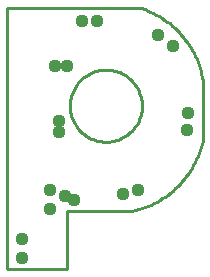
<source format=gbs>
G75*
%MOIN*%
%OFA0B0*%
%FSLAX24Y24*%
%IPPOS*%
%LPD*%
%AMOC8*
5,1,8,0,0,1.08239X$1,22.5*
%
%ADD10C,0.0100*%
%ADD11C,0.0437*%
D10*
X002392Y002454D02*
X002392Y011142D01*
X006892Y011142D01*
X008954Y008517D02*
X008954Y006829D01*
X006579Y004392D02*
X004392Y004392D01*
X004392Y002454D01*
X002392Y002454D01*
X006580Y004392D02*
X006686Y004416D01*
X006792Y004445D01*
X006896Y004477D01*
X006999Y004513D01*
X007101Y004553D01*
X007202Y004596D01*
X007301Y004643D01*
X007398Y004693D01*
X007493Y004747D01*
X007586Y004804D01*
X007677Y004864D01*
X007766Y004928D01*
X007853Y004994D01*
X007937Y005064D01*
X008019Y005137D01*
X008098Y005212D01*
X008174Y005290D01*
X008248Y005371D01*
X008318Y005455D01*
X008386Y005541D01*
X008450Y005629D01*
X008511Y005720D01*
X008569Y005813D01*
X008624Y005907D01*
X008675Y006004D01*
X008723Y006102D01*
X008767Y006202D01*
X008808Y006304D01*
X008844Y006407D01*
X008878Y006511D01*
X008907Y006616D01*
X008933Y006722D01*
X008955Y006829D01*
X008954Y008516D02*
X008944Y008623D01*
X008930Y008729D01*
X008912Y008835D01*
X008890Y008940D01*
X008865Y009044D01*
X008836Y009148D01*
X008803Y009250D01*
X008767Y009351D01*
X008727Y009450D01*
X008684Y009548D01*
X008637Y009645D01*
X008587Y009739D01*
X008533Y009832D01*
X008476Y009923D01*
X008416Y010012D01*
X008353Y010099D01*
X008287Y010183D01*
X008217Y010265D01*
X008145Y010344D01*
X008070Y010421D01*
X007993Y010495D01*
X007913Y010566D01*
X007830Y010635D01*
X007745Y010700D01*
X007658Y010762D01*
X007568Y010821D01*
X007477Y010877D01*
X007383Y010930D01*
X007288Y010979D01*
X007191Y011025D01*
X007093Y011067D01*
X006993Y011106D01*
X006891Y011141D01*
X004504Y007892D02*
X004506Y007961D01*
X004512Y008030D01*
X004522Y008098D01*
X004536Y008166D01*
X004553Y008233D01*
X004575Y008299D01*
X004600Y008363D01*
X004629Y008426D01*
X004662Y008487D01*
X004698Y008546D01*
X004737Y008603D01*
X004780Y008657D01*
X004825Y008709D01*
X004874Y008759D01*
X004925Y008805D01*
X004979Y008848D01*
X005036Y008889D01*
X005094Y008925D01*
X005155Y008959D01*
X005217Y008989D01*
X005281Y009015D01*
X005346Y009037D01*
X005413Y009056D01*
X005481Y009071D01*
X005549Y009082D01*
X005618Y009089D01*
X005687Y009092D01*
X005756Y009091D01*
X005825Y009086D01*
X005893Y009077D01*
X005961Y009064D01*
X006028Y009047D01*
X006095Y009027D01*
X006159Y009002D01*
X006222Y008974D01*
X006284Y008943D01*
X006343Y008907D01*
X006401Y008869D01*
X006456Y008827D01*
X006509Y008782D01*
X006559Y008734D01*
X006606Y008684D01*
X006650Y008630D01*
X006691Y008575D01*
X006729Y008517D01*
X006763Y008457D01*
X006794Y008395D01*
X006821Y008331D01*
X006844Y008266D01*
X006864Y008200D01*
X006880Y008132D01*
X006892Y008064D01*
X006900Y007996D01*
X006904Y007927D01*
X006904Y007857D01*
X006900Y007788D01*
X006892Y007720D01*
X006880Y007652D01*
X006864Y007584D01*
X006844Y007518D01*
X006821Y007453D01*
X006794Y007389D01*
X006763Y007327D01*
X006729Y007267D01*
X006691Y007209D01*
X006650Y007154D01*
X006606Y007100D01*
X006559Y007050D01*
X006509Y007002D01*
X006456Y006957D01*
X006401Y006915D01*
X006343Y006877D01*
X006284Y006841D01*
X006222Y006810D01*
X006159Y006782D01*
X006095Y006757D01*
X006028Y006737D01*
X005961Y006720D01*
X005893Y006707D01*
X005825Y006698D01*
X005756Y006693D01*
X005687Y006692D01*
X005618Y006695D01*
X005549Y006702D01*
X005481Y006713D01*
X005413Y006728D01*
X005346Y006747D01*
X005281Y006769D01*
X005217Y006795D01*
X005155Y006825D01*
X005094Y006859D01*
X005036Y006895D01*
X004979Y006936D01*
X004925Y006979D01*
X004874Y007025D01*
X004825Y007075D01*
X004780Y007127D01*
X004737Y007181D01*
X004698Y007238D01*
X004662Y007297D01*
X004629Y007358D01*
X004600Y007421D01*
X004575Y007485D01*
X004553Y007551D01*
X004536Y007618D01*
X004522Y007686D01*
X004512Y007754D01*
X004506Y007823D01*
X004504Y007892D01*
D11*
X004142Y007392D03*
X004142Y007017D03*
X003829Y005079D03*
X004329Y004892D03*
X004642Y004767D03*
X003829Y004454D03*
X002892Y003454D03*
X002892Y002829D03*
X006267Y004954D03*
X006767Y005079D03*
X008392Y007079D03*
X008454Y007642D03*
X007954Y009892D03*
X007454Y010267D03*
X005392Y010704D03*
X004892Y010704D03*
X004392Y009204D03*
X004017Y009204D03*
M02*

</source>
